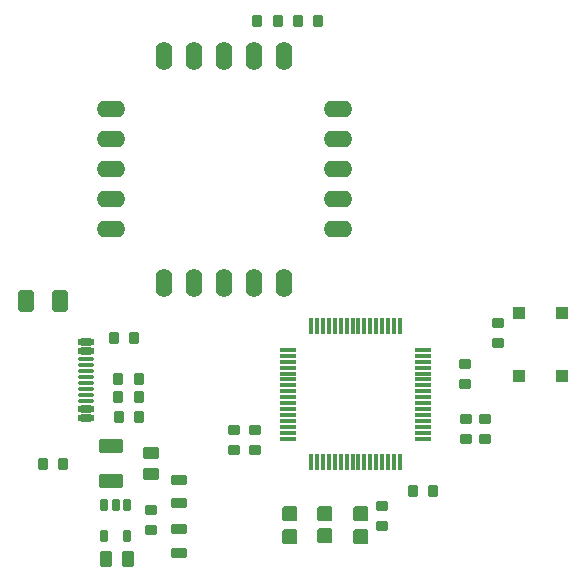
<source format=gtp>
G04*
G04 #@! TF.GenerationSoftware,Altium Limited,Altium Designer,20.2.7 (254)*
G04*
G04 Layer_Color=8421504*
%FSLAX25Y25*%
%MOIN*%
G70*
G04*
G04 #@! TF.SameCoordinates,FBE84B92-D195-4989-AC34-508FE9173FC9*
G04*
G04*
G04 #@! TF.FilePolarity,Positive*
G04*
G01*
G75*
G04:AMPARAMS|DCode=16|XSize=70.87mil|YSize=51.18mil|CornerRadius=6.4mil|HoleSize=0mil|Usage=FLASHONLY|Rotation=270.000|XOffset=0mil|YOffset=0mil|HoleType=Round|Shape=RoundedRectangle|*
%AMROUNDEDRECTD16*
21,1,0.07087,0.03839,0,0,270.0*
21,1,0.05807,0.05118,0,0,270.0*
1,1,0.01280,-0.01919,-0.02904*
1,1,0.01280,-0.01919,0.02904*
1,1,0.01280,0.01919,0.02904*
1,1,0.01280,0.01919,-0.02904*
%
%ADD16ROUNDEDRECTD16*%
G04:AMPARAMS|DCode=17|XSize=39.37mil|YSize=35.43mil|CornerRadius=4.43mil|HoleSize=0mil|Usage=FLASHONLY|Rotation=270.000|XOffset=0mil|YOffset=0mil|HoleType=Round|Shape=RoundedRectangle|*
%AMROUNDEDRECTD17*
21,1,0.03937,0.02657,0,0,270.0*
21,1,0.03051,0.03543,0,0,270.0*
1,1,0.00886,-0.01329,-0.01526*
1,1,0.00886,-0.01329,0.01526*
1,1,0.00886,0.01329,0.01526*
1,1,0.00886,0.01329,-0.01526*
%
%ADD17ROUNDEDRECTD17*%
G04:AMPARAMS|DCode=18|XSize=39.37mil|YSize=35.43mil|CornerRadius=4.43mil|HoleSize=0mil|Usage=FLASHONLY|Rotation=180.000|XOffset=0mil|YOffset=0mil|HoleType=Round|Shape=RoundedRectangle|*
%AMROUNDEDRECTD18*
21,1,0.03937,0.02657,0,0,180.0*
21,1,0.03051,0.03543,0,0,180.0*
1,1,0.00886,-0.01526,0.01329*
1,1,0.00886,0.01526,0.01329*
1,1,0.00886,0.01526,-0.01329*
1,1,0.00886,-0.01526,-0.01329*
%
%ADD18ROUNDEDRECTD18*%
%ADD19R,0.01181X0.05807*%
%ADD20R,0.05807X0.01181*%
%ADD21O,0.05512X0.09449*%
%ADD22O,0.09449X0.05512*%
%ADD23O,0.05709X0.02362*%
%ADD24O,0.05709X0.01181*%
G04:AMPARAMS|DCode=25|XSize=23.62mil|YSize=39.37mil|CornerRadius=2.95mil|HoleSize=0mil|Usage=FLASHONLY|Rotation=180.000|XOffset=0mil|YOffset=0mil|HoleType=Round|Shape=RoundedRectangle|*
%AMROUNDEDRECTD25*
21,1,0.02362,0.03347,0,0,180.0*
21,1,0.01772,0.03937,0,0,180.0*
1,1,0.00591,-0.00886,0.01673*
1,1,0.00591,0.00886,0.01673*
1,1,0.00591,0.00886,-0.01673*
1,1,0.00591,-0.00886,-0.01673*
%
%ADD25ROUNDEDRECTD25*%
G04:AMPARAMS|DCode=26|XSize=55.12mil|YSize=39.37mil|CornerRadius=4.92mil|HoleSize=0mil|Usage=FLASHONLY|Rotation=270.000|XOffset=0mil|YOffset=0mil|HoleType=Round|Shape=RoundedRectangle|*
%AMROUNDEDRECTD26*
21,1,0.05512,0.02953,0,0,270.0*
21,1,0.04528,0.03937,0,0,270.0*
1,1,0.00984,-0.01476,-0.02264*
1,1,0.00984,-0.01476,0.02264*
1,1,0.00984,0.01476,0.02264*
1,1,0.00984,0.01476,-0.02264*
%
%ADD26ROUNDEDRECTD26*%
G04:AMPARAMS|DCode=27|XSize=51.18mil|YSize=31.5mil|CornerRadius=3.94mil|HoleSize=0mil|Usage=FLASHONLY|Rotation=180.000|XOffset=0mil|YOffset=0mil|HoleType=Round|Shape=RoundedRectangle|*
%AMROUNDEDRECTD27*
21,1,0.05118,0.02362,0,0,180.0*
21,1,0.04331,0.03150,0,0,180.0*
1,1,0.00787,-0.02165,0.01181*
1,1,0.00787,0.02165,0.01181*
1,1,0.00787,0.02165,-0.01181*
1,1,0.00787,-0.02165,-0.01181*
%
%ADD27ROUNDEDRECTD27*%
G04:AMPARAMS|DCode=28|XSize=50mil|YSize=50mil|CornerRadius=6.25mil|HoleSize=0mil|Usage=FLASHONLY|Rotation=90.000|XOffset=0mil|YOffset=0mil|HoleType=Round|Shape=RoundedRectangle|*
%AMROUNDEDRECTD28*
21,1,0.05000,0.03750,0,0,90.0*
21,1,0.03750,0.05000,0,0,90.0*
1,1,0.01250,0.01875,0.01875*
1,1,0.01250,0.01875,-0.01875*
1,1,0.01250,-0.01875,-0.01875*
1,1,0.01250,-0.01875,0.01875*
%
%ADD28ROUNDEDRECTD28*%
%ADD29R,0.03937X0.03937*%
G04:AMPARAMS|DCode=30|XSize=78.74mil|YSize=47.24mil|CornerRadius=5.91mil|HoleSize=0mil|Usage=FLASHONLY|Rotation=180.000|XOffset=0mil|YOffset=0mil|HoleType=Round|Shape=RoundedRectangle|*
%AMROUNDEDRECTD30*
21,1,0.07874,0.03543,0,0,180.0*
21,1,0.06693,0.04724,0,0,180.0*
1,1,0.01181,-0.03347,0.01772*
1,1,0.01181,0.03347,0.01772*
1,1,0.01181,0.03347,-0.01772*
1,1,0.01181,-0.03347,-0.01772*
%
%ADD30ROUNDEDRECTD30*%
G04:AMPARAMS|DCode=31|XSize=55.12mil|YSize=39.37mil|CornerRadius=4.92mil|HoleSize=0mil|Usage=FLASHONLY|Rotation=180.000|XOffset=0mil|YOffset=0mil|HoleType=Round|Shape=RoundedRectangle|*
%AMROUNDEDRECTD31*
21,1,0.05512,0.02953,0,0,180.0*
21,1,0.04528,0.03937,0,0,180.0*
1,1,0.00984,-0.02264,0.01476*
1,1,0.00984,0.02264,0.01476*
1,1,0.00984,0.02264,-0.01476*
1,1,0.00984,-0.02264,-0.01476*
%
%ADD31ROUNDEDRECTD31*%
D16*
X68502Y272008D02*
D03*
X79920D02*
D03*
D17*
X74211Y217560D02*
D03*
X80904D02*
D03*
X99411Y233268D02*
D03*
X106104D02*
D03*
X106042Y246021D02*
D03*
X99349D02*
D03*
X106042Y240116D02*
D03*
X99349D02*
D03*
X97837Y259646D02*
D03*
X104530D02*
D03*
X152362Y365354D02*
D03*
X145669D02*
D03*
X165748D02*
D03*
X159055D02*
D03*
X204306Y208782D02*
D03*
X197614D02*
D03*
D18*
X110040Y195513D02*
D03*
Y202206D02*
D03*
X221511Y225935D02*
D03*
Y232628D02*
D03*
X187228Y197088D02*
D03*
Y203780D02*
D03*
X215201Y232628D02*
D03*
Y225935D02*
D03*
X137795Y229017D02*
D03*
Y222324D02*
D03*
X144882Y229017D02*
D03*
Y222324D02*
D03*
X214951Y244447D02*
D03*
Y251139D02*
D03*
X225791Y264764D02*
D03*
Y258071D02*
D03*
D19*
X193133Y218313D02*
D03*
X191165D02*
D03*
X189196D02*
D03*
X187228D02*
D03*
X185259D02*
D03*
X183291D02*
D03*
X181322D02*
D03*
X179354D02*
D03*
X177385D02*
D03*
X175417D02*
D03*
X173448D02*
D03*
X171480D02*
D03*
X169511D02*
D03*
X167543D02*
D03*
X165574D02*
D03*
X163606D02*
D03*
Y263494D02*
D03*
X165574D02*
D03*
X167543D02*
D03*
X169511D02*
D03*
X171480D02*
D03*
X173448D02*
D03*
X175417D02*
D03*
X177385D02*
D03*
X179354D02*
D03*
X181322D02*
D03*
X183291D02*
D03*
X185259D02*
D03*
X187228D02*
D03*
X189196D02*
D03*
X191165D02*
D03*
X193133D02*
D03*
D20*
X155779Y226139D02*
D03*
Y228108D02*
D03*
Y230077D02*
D03*
Y232045D02*
D03*
Y234014D02*
D03*
Y235982D02*
D03*
Y237950D02*
D03*
Y239919D02*
D03*
Y241887D02*
D03*
Y243856D02*
D03*
Y245825D02*
D03*
Y247793D02*
D03*
Y249762D02*
D03*
Y251730D02*
D03*
Y253699D02*
D03*
Y255667D02*
D03*
X200960D02*
D03*
Y253699D02*
D03*
Y251730D02*
D03*
Y249762D02*
D03*
Y247793D02*
D03*
Y245825D02*
D03*
Y243856D02*
D03*
Y241887D02*
D03*
Y239919D02*
D03*
Y237950D02*
D03*
Y235982D02*
D03*
Y234014D02*
D03*
Y232045D02*
D03*
Y230077D02*
D03*
Y228108D02*
D03*
Y226139D02*
D03*
D21*
X154646Y353780D02*
D03*
X144646D02*
D03*
X134646D02*
D03*
X124646D02*
D03*
X114646D02*
D03*
Y277953D02*
D03*
X124646D02*
D03*
X134646D02*
D03*
X144646D02*
D03*
X154646D02*
D03*
D22*
X96732Y335866D02*
D03*
Y325866D02*
D03*
Y315866D02*
D03*
Y305866D02*
D03*
Y295866D02*
D03*
X172559D02*
D03*
Y305866D02*
D03*
Y315866D02*
D03*
Y325866D02*
D03*
Y335866D02*
D03*
D23*
X88581Y255315D02*
D03*
Y236024D02*
D03*
Y232874D02*
D03*
Y258465D02*
D03*
D24*
Y244685D02*
D03*
Y242717D02*
D03*
Y240748D02*
D03*
Y238779D02*
D03*
Y246654D02*
D03*
Y248622D02*
D03*
Y250590D02*
D03*
Y252559D02*
D03*
D25*
X94687Y193741D02*
D03*
X102167Y203977D02*
D03*
X98427D02*
D03*
X94687D02*
D03*
X102167Y193741D02*
D03*
D26*
X95279Y186067D02*
D03*
X102366D02*
D03*
D27*
X119370Y212403D02*
D03*
Y204528D02*
D03*
Y187963D02*
D03*
Y195837D02*
D03*
D28*
X180071Y200960D02*
D03*
Y193460D02*
D03*
X156451D02*
D03*
Y200960D02*
D03*
X168260Y193500D02*
D03*
Y201000D02*
D03*
D29*
X247051Y268111D02*
D03*
X232878D02*
D03*
Y246851D02*
D03*
X247051D02*
D03*
D30*
X96848Y223672D02*
D03*
Y211861D02*
D03*
D31*
X110040Y221309D02*
D03*
Y214223D02*
D03*
M02*

</source>
